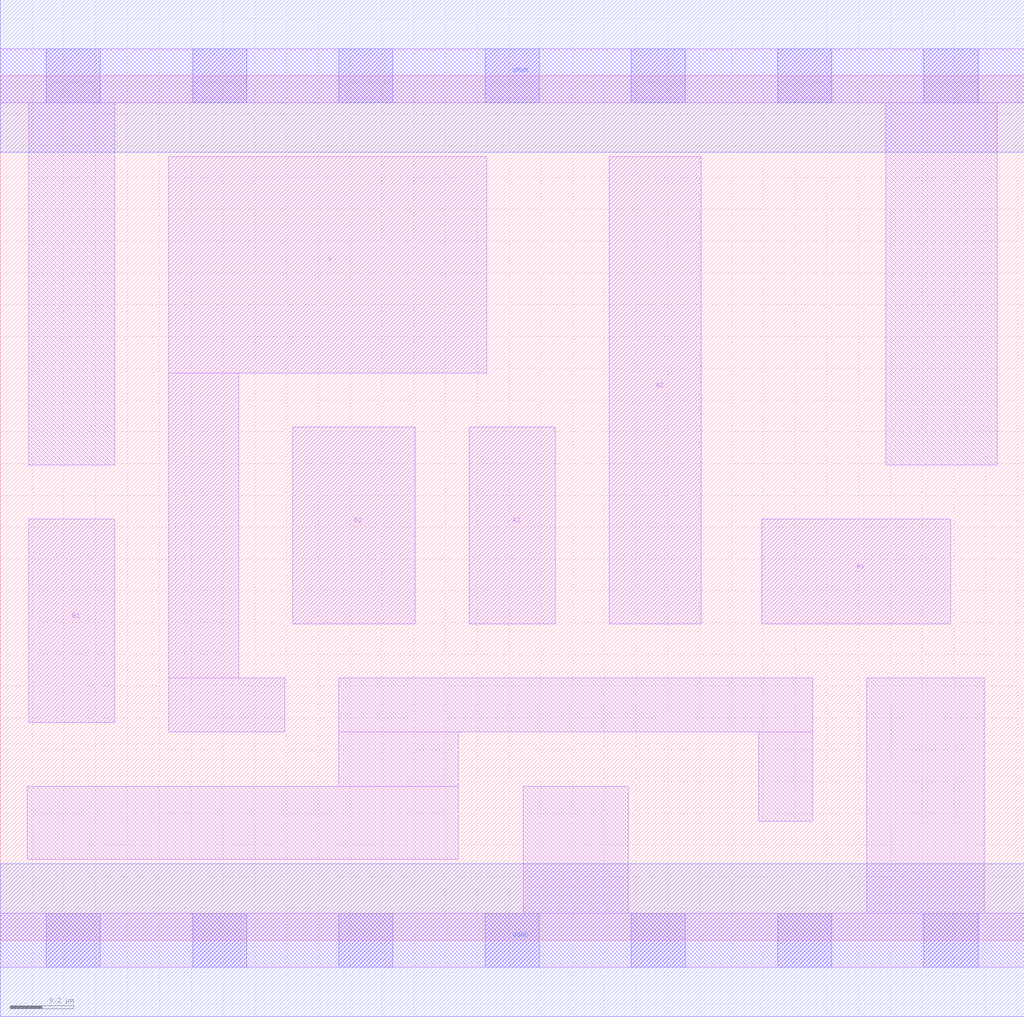
<source format=lef>
# Copyright 2020 The SkyWater PDK Authors
#
# Licensed under the Apache License, Version 2.0 (the "License");
# you may not use this file except in compliance with the License.
# You may obtain a copy of the License at
#
#     https://www.apache.org/licenses/LICENSE-2.0
#
# Unless required by applicable law or agreed to in writing, software
# distributed under the License is distributed on an "AS IS" BASIS,
# WITHOUT WARRANTIES OR CONDITIONS OF ANY KIND, either express or implied.
# See the License for the specific language governing permissions and
# limitations under the License.
#
# SPDX-License-Identifier: Apache-2.0

VERSION 5.7 ;
  NOWIREEXTENSIONATPIN ON ;
  DIVIDERCHAR "/" ;
  BUSBITCHARS "[]" ;
UNITS
  DATABASE MICRONS 200 ;
END UNITS
PROPERTYDEFINITIONS
  MACRO maskLayoutSubType STRING ;
  MACRO prCellType STRING ;
  MACRO originalViewName STRING ;
END PROPERTYDEFINITIONS
MACRO sky130_fd_sc_hdll__o32ai_1
  CLASS CORE ;
  FOREIGN sky130_fd_sc_hdll__o32ai_1 ;
  ORIGIN  0.000000  0.000000 ;
  SIZE  3.220000 BY  2.720000 ;
  SYMMETRY X Y R90 ;
  SITE unithd ;
  PIN A1
    ANTENNAGATEAREA  0.277500 ;
    DIRECTION INPUT ;
    USE SIGNAL ;
    PORT
      LAYER li1 ;
        RECT 2.395000 0.995000 2.990000 1.325000 ;
    END
  END A1
  PIN A2
    ANTENNAGATEAREA  0.277500 ;
    DIRECTION INPUT ;
    USE SIGNAL ;
    PORT
      LAYER li1 ;
        RECT 1.915000 0.995000 2.205000 2.465000 ;
    END
  END A2
  PIN A3
    ANTENNAGATEAREA  0.277500 ;
    DIRECTION INPUT ;
    USE SIGNAL ;
    PORT
      LAYER li1 ;
        RECT 1.475000 0.995000 1.745000 1.615000 ;
    END
  END A3
  PIN B1
    ANTENNAGATEAREA  0.277500 ;
    DIRECTION INPUT ;
    USE SIGNAL ;
    PORT
      LAYER li1 ;
        RECT 0.090000 0.685000 0.360000 1.325000 ;
    END
  END B1
  PIN B2
    ANTENNAGATEAREA  0.277500 ;
    DIRECTION INPUT ;
    USE SIGNAL ;
    PORT
      LAYER li1 ;
        RECT 0.920000 0.995000 1.305000 1.615000 ;
    END
  END B2
  PIN Y
    ANTENNADIFFAREA  0.758750 ;
    DIRECTION OUTPUT ;
    USE SIGNAL ;
    PORT
      LAYER li1 ;
        RECT 0.530000 0.655000 0.895000 0.825000 ;
        RECT 0.530000 0.825000 0.750000 1.785000 ;
        RECT 0.530000 1.785000 1.530000 2.465000 ;
    END
  END Y
  PIN VGND
    DIRECTION INOUT ;
    USE GROUND ;
    PORT
      LAYER met1 ;
        RECT 0.000000 -0.240000 3.220000 0.240000 ;
    END
  END VGND
  PIN VPWR
    DIRECTION INOUT ;
    USE POWER ;
    PORT
      LAYER met1 ;
        RECT 0.000000 2.480000 3.220000 2.960000 ;
    END
  END VPWR
  OBS
    LAYER li1 ;
      RECT 0.000000 -0.085000 3.220000 0.085000 ;
      RECT 0.000000  2.635000 3.220000 2.805000 ;
      RECT 0.085000  0.255000 1.440000 0.485000 ;
      RECT 0.090000  1.495000 0.360000 2.635000 ;
      RECT 1.065000  0.485000 1.440000 0.655000 ;
      RECT 1.065000  0.655000 2.555000 0.825000 ;
      RECT 1.645000  0.085000 1.975000 0.485000 ;
      RECT 2.385000  0.375000 2.555000 0.655000 ;
      RECT 2.725000  0.085000 3.095000 0.825000 ;
      RECT 2.785000  1.495000 3.135000 2.635000 ;
    LAYER mcon ;
      RECT 0.145000 -0.085000 0.315000 0.085000 ;
      RECT 0.145000  2.635000 0.315000 2.805000 ;
      RECT 0.605000 -0.085000 0.775000 0.085000 ;
      RECT 0.605000  2.635000 0.775000 2.805000 ;
      RECT 1.065000 -0.085000 1.235000 0.085000 ;
      RECT 1.065000  2.635000 1.235000 2.805000 ;
      RECT 1.525000 -0.085000 1.695000 0.085000 ;
      RECT 1.525000  2.635000 1.695000 2.805000 ;
      RECT 1.985000 -0.085000 2.155000 0.085000 ;
      RECT 1.985000  2.635000 2.155000 2.805000 ;
      RECT 2.445000 -0.085000 2.615000 0.085000 ;
      RECT 2.445000  2.635000 2.615000 2.805000 ;
      RECT 2.905000 -0.085000 3.075000 0.085000 ;
      RECT 2.905000  2.635000 3.075000 2.805000 ;
  END
  PROPERTY maskLayoutSubType "abstract" ;
  PROPERTY prCellType "standard" ;
  PROPERTY originalViewName "layout" ;
END sky130_fd_sc_hdll__o32ai_1
END LIBRARY

</source>
